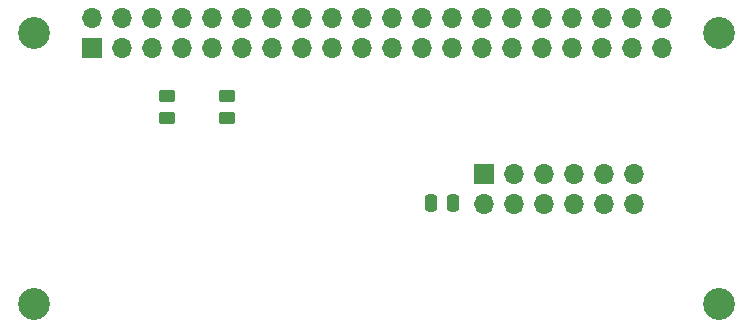
<source format=gts>
G04 #@! TF.GenerationSoftware,KiCad,Pcbnew,(6.0.4)*
G04 #@! TF.CreationDate,2022-03-24T17:42:47+01:00*
G04 #@! TF.ProjectId,MT32pi-MiSTer,4d543332-7069-42d4-9d69-535465722e6b,rev?*
G04 #@! TF.SameCoordinates,Original*
G04 #@! TF.FileFunction,Soldermask,Top*
G04 #@! TF.FilePolarity,Negative*
%FSLAX46Y46*%
G04 Gerber Fmt 4.6, Leading zero omitted, Abs format (unit mm)*
G04 Created by KiCad (PCBNEW (6.0.4)) date 2022-03-24 17:42:47*
%MOMM*%
%LPD*%
G01*
G04 APERTURE LIST*
G04 Aperture macros list*
%AMRoundRect*
0 Rectangle with rounded corners*
0 $1 Rounding radius*
0 $2 $3 $4 $5 $6 $7 $8 $9 X,Y pos of 4 corners*
0 Add a 4 corners polygon primitive as box body*
4,1,4,$2,$3,$4,$5,$6,$7,$8,$9,$2,$3,0*
0 Add four circle primitives for the rounded corners*
1,1,$1+$1,$2,$3*
1,1,$1+$1,$4,$5*
1,1,$1+$1,$6,$7*
1,1,$1+$1,$8,$9*
0 Add four rect primitives between the rounded corners*
20,1,$1+$1,$2,$3,$4,$5,0*
20,1,$1+$1,$4,$5,$6,$7,0*
20,1,$1+$1,$6,$7,$8,$9,0*
20,1,$1+$1,$8,$9,$2,$3,0*%
G04 Aperture macros list end*
%ADD10C,2.700000*%
%ADD11R,1.700000X1.700000*%
%ADD12O,1.700000X1.700000*%
%ADD13RoundRect,0.250000X-0.450000X0.262500X-0.450000X-0.262500X0.450000X-0.262500X0.450000X0.262500X0*%
%ADD14RoundRect,0.250000X0.250000X0.475000X-0.250000X0.475000X-0.250000X-0.475000X0.250000X-0.475000X0*%
G04 APERTURE END LIST*
D10*
X83500000Y-53500000D03*
D11*
X88400000Y-54790000D03*
D12*
X88400000Y-52250000D03*
X90940000Y-54790000D03*
X90940000Y-52250000D03*
X93480000Y-54790000D03*
X93480000Y-52250000D03*
X96020000Y-54790000D03*
X96020000Y-52250000D03*
X98560000Y-54790000D03*
X98560000Y-52250000D03*
X101100000Y-54790000D03*
X101100000Y-52250000D03*
X103640000Y-54790000D03*
X103640000Y-52250000D03*
X106180000Y-54790000D03*
X106180000Y-52250000D03*
X108720000Y-54790000D03*
X108720000Y-52250000D03*
X111260000Y-54790000D03*
X111260000Y-52250000D03*
X113800000Y-54790000D03*
X113800000Y-52250000D03*
X116340000Y-54790000D03*
X116340000Y-52250000D03*
X118880000Y-54790000D03*
X118880000Y-52250000D03*
X121420000Y-54790000D03*
X121420000Y-52250000D03*
X123960000Y-54790000D03*
X123960000Y-52250000D03*
X126500000Y-54790000D03*
X126500000Y-52250000D03*
X129040000Y-54790000D03*
X129040000Y-52250000D03*
X131580000Y-54790000D03*
X131580000Y-52250000D03*
X134120000Y-54790000D03*
X134120000Y-52250000D03*
X136660000Y-54790000D03*
X136660000Y-52250000D03*
D10*
X83500000Y-76500000D03*
X141500000Y-53500000D03*
D11*
X121580000Y-65450000D03*
D12*
X121580000Y-67990000D03*
X124120000Y-65450000D03*
X124120000Y-67990000D03*
X126660000Y-65450000D03*
X126660000Y-67990000D03*
X129200000Y-65450000D03*
X129200000Y-67990000D03*
X131740000Y-65450000D03*
X131740000Y-67990000D03*
X134280000Y-65450000D03*
X134280000Y-67990000D03*
D10*
X141500000Y-76500000D03*
D13*
X94742000Y-58881000D03*
X94742000Y-60706000D03*
D14*
X119000000Y-67950000D03*
X117100000Y-67950000D03*
D13*
X99822000Y-58881000D03*
X99822000Y-60706000D03*
M02*

</source>
